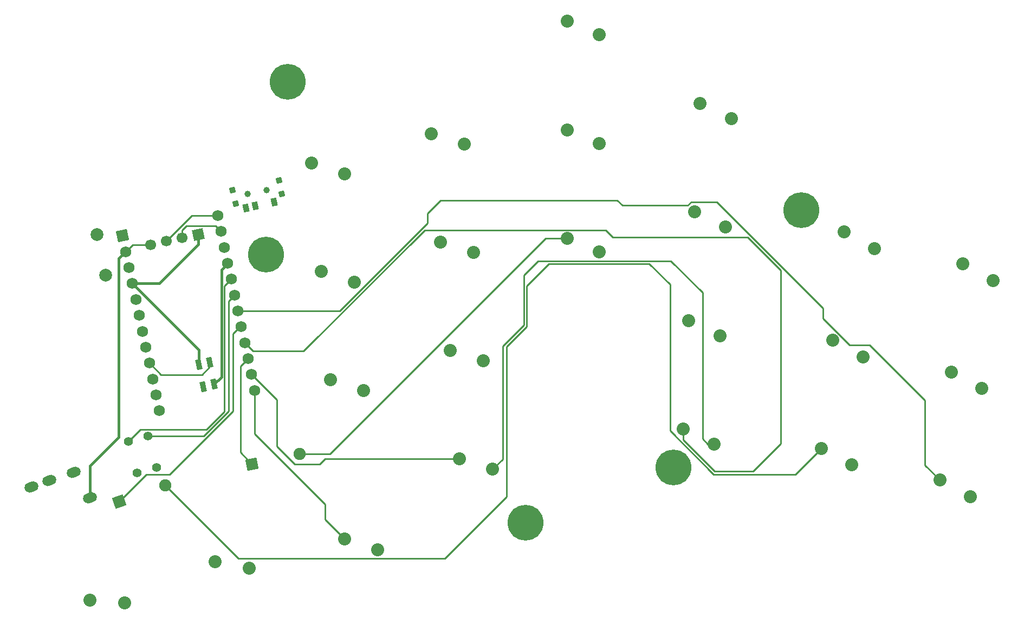
<source format=gbr>
%TF.GenerationSoftware,KiCad,Pcbnew,(6.0.7-1)-1*%
%TF.CreationDate,2022-09-15T11:19:35-04:00*%
%TF.ProjectId,skyline_pcb_right,736b796c-696e-4655-9f70-63625f726967,v1.0.0*%
%TF.SameCoordinates,Original*%
%TF.FileFunction,Copper,L1,Top*%
%TF.FilePolarity,Positive*%
%FSLAX46Y46*%
G04 Gerber Fmt 4.6, Leading zero omitted, Abs format (unit mm)*
G04 Created by KiCad (PCBNEW (6.0.7-1)-1) date 2022-09-15 11:19:35*
%MOMM*%
%LPD*%
G01*
G04 APERTURE LIST*
G04 Aperture macros list*
%AMHorizOval*
0 Thick line with rounded ends*
0 $1 width*
0 $2 $3 position (X,Y) of the first rounded end (center of the circle)*
0 $4 $5 position (X,Y) of the second rounded end (center of the circle)*
0 Add line between two ends*
20,1,$1,$2,$3,$4,$5,0*
0 Add two circle primitives to create the rounded ends*
1,1,$1,$2,$3*
1,1,$1,$4,$5*%
%AMRotRect*
0 Rectangle, with rotation*
0 The origin of the aperture is its center*
0 $1 length*
0 $2 width*
0 $3 Rotation angle, in degrees counterclockwise*
0 Add horizontal line*
21,1,$1,$2,0,0,$3*%
G04 Aperture macros list end*
%TA.AperFunction,ComponentPad*%
%ADD10C,1.397000*%
%TD*%
%TA.AperFunction,ComponentPad*%
%ADD11C,2.032000*%
%TD*%
%TA.AperFunction,ComponentPad*%
%ADD12RotRect,1.700000X1.700000X282.000000*%
%TD*%
%TA.AperFunction,ComponentPad*%
%ADD13HorizOval,1.700000X0.000000X0.000000X0.000000X0.000000X0*%
%TD*%
%TA.AperFunction,ComponentPad*%
%ADD14C,1.905000*%
%TD*%
%TA.AperFunction,ComponentPad*%
%ADD15RotRect,1.778000X1.778000X12.000000*%
%TD*%
%TA.AperFunction,ComponentPad*%
%ADD16C,2.000000*%
%TD*%
%TA.AperFunction,ComponentPad*%
%ADD17RotRect,1.778000X1.778000X19.000000*%
%TD*%
%TA.AperFunction,SMDPad,CuDef*%
%ADD18RotRect,1.600000X0.850000X102.000000*%
%TD*%
%TA.AperFunction,SMDPad,CuDef*%
%ADD19RotRect,0.900000X0.900000X12.000000*%
%TD*%
%TA.AperFunction,WasherPad*%
%ADD20C,1.000000*%
%TD*%
%TA.AperFunction,SMDPad,CuDef*%
%ADD21RotRect,0.900000X1.250000X12.000000*%
%TD*%
%TA.AperFunction,ComponentPad*%
%ADD22HorizOval,1.600000X0.283656X0.097670X-0.283656X-0.097670X0*%
%TD*%
%TA.AperFunction,ComponentPad*%
%ADD23RotRect,1.752600X1.752600X282.000000*%
%TD*%
%TA.AperFunction,ComponentPad*%
%ADD24C,1.752600*%
%TD*%
%TA.AperFunction,ComponentPad*%
%ADD25C,3.600000*%
%TD*%
%TA.AperFunction,ConnectorPad*%
%ADD26C,5.600000*%
%TD*%
%TA.AperFunction,Conductor*%
%ADD27C,0.250000*%
%TD*%
%TA.AperFunction,Conductor*%
%ADD28C,0.400000*%
%TD*%
G04 APERTURE END LIST*
D10*
%TO.P,\u002A\u002A,3*%
%TO.N,P3*%
X158539441Y-158366741D03*
%TO.P,\u002A\u002A,4*%
%TO.N,VCC*%
X159897011Y-163261983D03*
%TD*%
D11*
%TO.P,S10,1*%
%TO.N,P5*%
X265534592Y-143370877D03*
%TO.P,S10,2*%
%TO.N,P20*%
X270287692Y-145982015D03*
%TD*%
%TO.P,S12,1*%
%TO.N,P5*%
X267311576Y-126464005D03*
%TO.P,S12,2*%
%TO.N,P21*%
X272064676Y-129075143D03*
%TD*%
D12*
%TO.P,REF\u002A\u002A,1*%
%TO.N,VCC*%
X166401488Y-126858430D03*
D13*
%TO.P,REF\u002A\u002A,2*%
%TO.N,P0*%
X163916993Y-127386526D03*
%TO.P,REF\u002A\u002A,3*%
%TO.N,P1*%
X161432498Y-127914621D03*
%TO.P,REF\u002A\u002A,4*%
%TO.N,GND*%
X158948003Y-128442717D03*
%TD*%
D11*
%TO.P,S2,1*%
%TO.N,P4*%
X282339939Y-165247356D03*
%TO.P,S2,2*%
%TO.N,P19*%
X287093039Y-167858494D03*
%TD*%
D14*
%TO.P,D16,1*%
%TO.N,P7*%
X182268652Y-161172400D03*
D15*
%TO.P,D16,2*%
X174815168Y-162756688D03*
%TD*%
D11*
%TO.P,S22,1*%
%TO.N,P7*%
X224082503Y-127503441D03*
%TO.P,S22,2*%
%TO.N,P19*%
X229082503Y-129603441D03*
%TD*%
%TO.P,S24,1*%
%TO.N,P7*%
X224082503Y-110503441D03*
%TO.P,S24,2*%
%TO.N,P20*%
X229082503Y-112603441D03*
%TD*%
D16*
%TO.P,RSW1,1*%
%TO.N,GND*%
X150574651Y-126872329D03*
%TO.P,RSW1,2*%
%TO.N,RST*%
X151926077Y-133230289D03*
%TD*%
D11*
%TO.P,S44,1*%
%TO.N,P7*%
X169069685Y-178039590D03*
%TO.P,S44,2*%
%TO.N,P18*%
X174397038Y-179054142D03*
%TD*%
%TO.P,S26,1*%
%TO.N,P7*%
X224082503Y-93503441D03*
%TO.P,S26,2*%
%TO.N,P21*%
X229082503Y-95603441D03*
%TD*%
%TO.P,S18,1*%
%TO.N,P6*%
X243934391Y-123330216D03*
%TO.P,S18,2*%
%TO.N,P20*%
X248817633Y-125689018D03*
%TD*%
%TO.P,S8,1*%
%TO.N,P5*%
X263757608Y-160277749D03*
%TO.P,S8,2*%
%TO.N,P19*%
X268510708Y-162888887D03*
%TD*%
%TO.P,S14,1*%
%TO.N,P6*%
X242154968Y-157283621D03*
%TO.P,S14,2*%
%TO.N,P18*%
X247038210Y-159642423D03*
%TD*%
%TO.P,S34,1*%
%TO.N,P8*%
X202788595Y-111096339D03*
%TO.P,S34,2*%
%TO.N,P21*%
X207952596Y-112752569D03*
%TD*%
%TO.P,S32,1*%
%TO.N,P8*%
X204270243Y-128031649D03*
%TO.P,S32,2*%
%TO.N,P20*%
X209434244Y-129687879D03*
%TD*%
%TO.P,S30,1*%
%TO.N,P8*%
X205751890Y-144966959D03*
%TO.P,S30,2*%
%TO.N,P19*%
X210915891Y-146623189D03*
%TD*%
D14*
%TO.P,D17,1*%
%TO.N,P5*%
X161278199Y-166095994D03*
D17*
%TO.P,D17,2*%
X154073347Y-168576824D03*
%TD*%
D18*
%TO.P,REF\u002A\u002A,DIN*%
%TO.N,P15*%
X168175957Y-146833094D03*
%TO.P,REF\u002A\u002A,DOUT*%
%TO.N,N/C*%
X167191889Y-150620456D03*
%TO.P,REF\u002A\u002A,GND*%
%TO.N,GND*%
X168903648Y-150256611D03*
%TO.P,REF\u002A\u002A,VCC*%
%TO.N,VCC*%
X166464198Y-147196939D03*
%TD*%
D11*
%TO.P,S28,1*%
%TO.N,P8*%
X207233538Y-161902269D03*
%TO.P,S28,2*%
%TO.N,P18*%
X212397539Y-163558499D03*
%TD*%
%TO.P,S36,1*%
%TO.N,P9*%
X187081301Y-149561692D03*
%TO.P,S36,2*%
%TO.N,P19*%
X192245302Y-151217922D03*
%TD*%
D19*
%TO.P,T1,*%
%TO.N,*%
X171776070Y-119924057D03*
D20*
X177091140Y-119918878D03*
D19*
X179471768Y-120537435D03*
D20*
X174156698Y-120542614D03*
D19*
X172233476Y-122075982D03*
X179014362Y-118385510D03*
D21*
%TO.P,T1,1*%
%TO.N,undefined*%
X178256168Y-121792601D03*
%TO.P,T1,2*%
X175321725Y-122416336D03*
%TO.P,T1,3*%
%TO.N,N/C*%
X173854504Y-122728204D03*
%TD*%
D11*
%TO.P,S40,1*%
%TO.N,P9*%
X184118005Y-115691072D03*
%TO.P,S40,2*%
%TO.N,P21*%
X189282006Y-117347302D03*
%TD*%
D22*
%TO.P,REF\u002A\u002A,1*%
%TO.N,GND*%
X149481637Y-168004266D03*
%TO.P,REF\u002A\u002A,2*%
%TO.N,P3*%
X146943953Y-164013006D03*
%TO.P,REF\u002A\u002A,3*%
%TO.N,P2*%
X143161879Y-165315278D03*
%TO.P,REF\u002A\u002A,4*%
%TO.N,VCC*%
X140325323Y-166291983D03*
%TD*%
D11*
%TO.P,S38,1*%
%TO.N,P9*%
X185599653Y-132626382D03*
%TO.P,S38,2*%
%TO.N,P20*%
X190763654Y-134282612D03*
%TD*%
D23*
%TO.P,MCU1,1*%
%TO.N,RAW*%
X154536500Y-127077567D03*
D24*
%TO.P,MCU1,2*%
%TO.N,GND*%
X155064596Y-129562062D03*
%TO.P,MCU1,3*%
%TO.N,RST*%
X155592691Y-132046557D03*
%TO.P,MCU1,4*%
%TO.N,VCC*%
X156120787Y-134531052D03*
%TO.P,MCU1,5*%
%TO.N,P21*%
X156648883Y-137015547D03*
%TO.P,MCU1,6*%
%TO.N,P20*%
X157176978Y-139500042D03*
%TO.P,MCU1,7*%
%TO.N,P19*%
X157705074Y-141984537D03*
%TO.P,MCU1,8*%
%TO.N,P18*%
X158233170Y-144469031D03*
%TO.P,MCU1,9*%
%TO.N,P15*%
X158761266Y-146953526D03*
%TO.P,MCU1,10*%
%TO.N,P14*%
X159289361Y-149438021D03*
%TO.P,MCU1,11*%
%TO.N,P16*%
X159817457Y-151922516D03*
%TO.P,MCU1,12*%
%TO.N,P10*%
X160345553Y-154407011D03*
%TO.P,MCU1,13*%
%TO.N,P1*%
X169443469Y-123908993D03*
%TO.P,MCU1,14*%
%TO.N,P0*%
X169971565Y-126393488D03*
%TO.P,MCU1,15*%
%TO.N,GND*%
X170499661Y-128877983D03*
%TO.P,MCU1,16*%
X171027756Y-131362478D03*
%TO.P,MCU1,17*%
%TO.N,P2*%
X171555852Y-133846973D03*
%TO.P,MCU1,18*%
%TO.N,P3*%
X172083948Y-136331467D03*
%TO.P,MCU1,19*%
%TO.N,P4*%
X172612044Y-138815962D03*
%TO.P,MCU1,20*%
%TO.N,P5*%
X173140139Y-141300457D03*
%TO.P,MCU1,21*%
%TO.N,P6*%
X173668235Y-143784952D03*
%TO.P,MCU1,22*%
%TO.N,P7*%
X174196331Y-146269447D03*
%TO.P,MCU1,23*%
%TO.N,P8*%
X174724426Y-148753942D03*
%TO.P,MCU1,24*%
%TO.N,P9*%
X175252522Y-151238437D03*
%TD*%
D11*
%TO.P,S46,1*%
%TO.N,P5*%
X149465115Y-184046592D03*
%TO.P,S46,2*%
%TO.N,P18*%
X154876401Y-184404341D03*
%TD*%
%TO.P,S42,1*%
%TO.N,P9*%
X189260194Y-174466560D03*
%TO.P,S42,2*%
%TO.N,P18*%
X194424195Y-176122790D03*
%TD*%
%TO.P,S6,1*%
%TO.N,P4*%
X285893907Y-131433612D03*
%TO.P,S6,2*%
%TO.N,P21*%
X290647007Y-134044750D03*
%TD*%
D25*
%TO.P,REF\u002A\u002A,1*%
%TO.N,N/C*%
X180407787Y-103019753D03*
D26*
X180407787Y-103019753D03*
%TD*%
D10*
%TO.P,\u002A\u002A,2*%
%TO.N,P2*%
X155467798Y-159198644D03*
%TO.P,\u002A\u002A,4*%
%TO.N,VCC*%
X156825368Y-164093886D03*
%TD*%
D11*
%TO.P,S4,1*%
%TO.N,P4*%
X284116923Y-148340484D03*
%TO.P,S4,2*%
%TO.N,P20*%
X288870023Y-150951622D03*
%TD*%
%TO.P,S20,1*%
%TO.N,P6*%
X244824102Y-106353514D03*
%TO.P,S20,2*%
%TO.N,P21*%
X249707344Y-108712316D03*
%TD*%
%TO.P,S16,1*%
%TO.N,P6*%
X243044679Y-140306918D03*
%TO.P,S16,2*%
%TO.N,P19*%
X247927921Y-142665720D03*
%TD*%
D26*
%TO.P,REF\u002A\u002A,1*%
%TO.N,N/C*%
X240682503Y-163303441D03*
D25*
X240682503Y-163303441D03*
%TD*%
D26*
%TO.P,REF\u002A\u002A,1*%
%TO.N,N/C*%
X217582503Y-171903441D03*
D25*
X217582503Y-171903441D03*
%TD*%
%TO.P,REF\u002A\u002A,1*%
%TO.N,N/C*%
X260672503Y-123043441D03*
D26*
X260672503Y-123043441D03*
%TD*%
%TO.P,REF\u002A\u002A,1*%
%TO.N,N/C*%
X176982503Y-130003441D03*
D25*
X176982503Y-130003441D03*
%TD*%
D27*
%TO.N,P4*%
X188492947Y-138815962D02*
X202215053Y-125093856D01*
X202215053Y-125093856D02*
X202215053Y-123583587D01*
X202215053Y-123583587D02*
X204284818Y-121513822D01*
X243482736Y-121746911D02*
X247408383Y-121746911D01*
X271317693Y-144098734D02*
X279998417Y-152779458D01*
X279998417Y-152779458D02*
X279998417Y-162905834D01*
X247408383Y-121746911D02*
X264032960Y-138371488D01*
X242904390Y-122325257D02*
X243482736Y-121746911D01*
X264032960Y-138371488D02*
X264032960Y-139964800D01*
X231894468Y-121513822D02*
X232705903Y-122325257D01*
X204284818Y-121513822D02*
X231894468Y-121513822D01*
X232705903Y-122325257D02*
X242904390Y-122325257D01*
X172612044Y-138815962D02*
X188492947Y-138815962D01*
X264032960Y-139964800D02*
X268166894Y-144098734D01*
X279998417Y-162905834D02*
X282339939Y-165247356D01*
X268166894Y-144098734D02*
X271317693Y-144098734D01*
%TO.N,P5*%
X214596156Y-144355782D02*
X214596156Y-167837814D01*
X171854988Y-142386821D02*
X172941352Y-141300457D01*
X204946219Y-177487751D02*
X172669956Y-177487751D01*
X221222626Y-131429565D02*
X217727068Y-134925123D01*
X158298463Y-164351708D02*
X161954951Y-164351708D01*
X236866588Y-131429565D02*
X221222626Y-131429565D01*
X214596156Y-167837814D02*
X204946219Y-177487751D01*
X161954951Y-164351708D02*
X171854988Y-154451671D01*
X217727068Y-134925123D02*
X217727068Y-141224870D01*
X172669956Y-177487751D02*
X161278199Y-166095994D01*
X154073347Y-168576824D02*
X158298463Y-164351708D01*
X240137068Y-157551266D02*
X240137068Y-134700045D01*
X171854988Y-154451671D02*
X171854988Y-142386821D01*
X263757608Y-160277749D02*
X259686883Y-164348474D01*
X246934276Y-164348474D02*
X240137068Y-157551266D01*
X259686883Y-164348474D02*
X246934276Y-164348474D01*
X217727068Y-141224870D02*
X214596156Y-144355782D01*
X172941352Y-141300457D02*
X173140139Y-141300457D01*
X240137068Y-134700045D02*
X236866588Y-131429565D01*
%TO.N,P6*%
X230055929Y-126162441D02*
X201782864Y-126162441D01*
X182877158Y-145068147D02*
X174951430Y-145068147D01*
X242154968Y-158932770D02*
X247120672Y-163898474D01*
X201782864Y-126162441D02*
X182877158Y-145068147D01*
X242154968Y-157283621D02*
X242154968Y-158932770D01*
X257467068Y-159543469D02*
X257467068Y-132441992D01*
X253112063Y-163898474D02*
X257467068Y-159543469D01*
X174951430Y-145068147D02*
X173668235Y-143784952D01*
X257467068Y-132441992D02*
X252295236Y-127270160D01*
X247120672Y-163898474D02*
X253112063Y-163898474D01*
X252295236Y-127270160D02*
X231163648Y-127270160D01*
X231163648Y-127270160D02*
X230055929Y-126162441D01*
%TO.N,P18*%
X245217068Y-135958474D02*
X245217068Y-158818474D01*
X245217068Y-158818474D02*
X246041017Y-159642423D01*
X217277068Y-133200242D02*
X219497745Y-130979565D01*
X213972821Y-144342721D02*
X217277068Y-141038474D01*
X212397539Y-163558499D02*
X213972821Y-161983217D01*
X246041017Y-159642423D02*
X247038210Y-159642423D01*
X240238159Y-130979565D02*
X245217068Y-135958474D01*
X217277068Y-141038474D02*
X217277068Y-133200242D01*
X213972821Y-161983217D02*
X213972821Y-144342721D01*
X219497745Y-130979565D02*
X240238159Y-130979565D01*
%TO.N,P7*%
X173003692Y-160945212D02*
X174815168Y-162756688D01*
X174196331Y-146269447D02*
X173003692Y-147462086D01*
X182268652Y-161172400D02*
X186983142Y-161172400D01*
X220652101Y-127503441D02*
X224082503Y-127503441D01*
X173003692Y-147462086D02*
X173003692Y-160945212D01*
X186983142Y-161172400D02*
X220652101Y-127503441D01*
%TO.N,P8*%
X178703246Y-159988735D02*
X181495288Y-162780777D01*
X178703246Y-152732762D02*
X178703246Y-159988735D01*
X174724426Y-148753942D02*
X178703246Y-152732762D01*
X186253273Y-161902269D02*
X207233538Y-161902269D01*
X181495288Y-162780777D02*
X185374765Y-162780777D01*
X185374765Y-162780777D02*
X186253273Y-161902269D01*
%TO.N,P9*%
X175252522Y-151238437D02*
X175252522Y-158060943D01*
X186189435Y-171395801D02*
X189260194Y-174466560D01*
X186189435Y-168997856D02*
X186189435Y-171395801D01*
X175252522Y-158060943D02*
X186189435Y-168997856D01*
D28*
%TO.N,GND*%
X153993232Y-158503428D02*
X153993232Y-130633426D01*
D27*
X156183941Y-128442717D02*
X155064596Y-129562062D01*
D28*
X153993232Y-130633426D02*
X155064596Y-129562062D01*
X170043099Y-149117160D02*
X170043099Y-132347135D01*
X168903648Y-150256611D02*
X170043099Y-149117160D01*
X149481637Y-163015023D02*
X153993232Y-158503428D01*
D27*
X158948003Y-128442717D02*
X156183941Y-128442717D01*
D28*
X149481637Y-168004266D02*
X149481637Y-163015023D01*
X170043099Y-132347135D02*
X171027756Y-131362478D01*
%TO.N,VCC*%
X166401488Y-128414054D02*
X160284490Y-134531052D01*
X166464198Y-147196939D02*
X166464198Y-144874463D01*
X166401488Y-126858430D02*
X166401488Y-128414054D01*
X160284490Y-134531052D02*
X156120787Y-134531052D01*
X166464198Y-144874463D02*
X156120787Y-134531052D01*
D27*
%TO.N,P15*%
X168175957Y-147559896D02*
X166975003Y-148760850D01*
X160568590Y-148760850D02*
X158761266Y-146953526D01*
X168175957Y-146833094D02*
X168175957Y-147559896D01*
X166975003Y-148760850D02*
X160568590Y-148760850D01*
%TO.N,P1*%
X165438126Y-123908993D02*
X169443469Y-123908993D01*
X161432498Y-127914621D02*
X165438126Y-123908993D01*
%TO.N,P0*%
X163916993Y-127386526D02*
X163916993Y-126184445D01*
X169103357Y-125525280D02*
X169971565Y-126393488D01*
X164576158Y-125525280D02*
X169103357Y-125525280D01*
X163916993Y-126184445D02*
X164576158Y-125525280D01*
%TO.N,P2*%
X157351273Y-157315169D02*
X167718698Y-157315169D01*
X170493099Y-154540768D02*
X170493099Y-134909726D01*
X170493099Y-134909726D02*
X171555852Y-133846973D01*
X167718698Y-157315169D02*
X170493099Y-154540768D01*
X155467798Y-159198644D02*
X157351273Y-157315169D01*
%TO.N,P3*%
X171174043Y-154496220D02*
X167303522Y-158366741D01*
X167303522Y-158366741D02*
X158539441Y-158366741D01*
X172083948Y-136331467D02*
X171174043Y-137241372D01*
X171174043Y-137241372D02*
X171174043Y-154496220D01*
%TD*%
M02*

</source>
